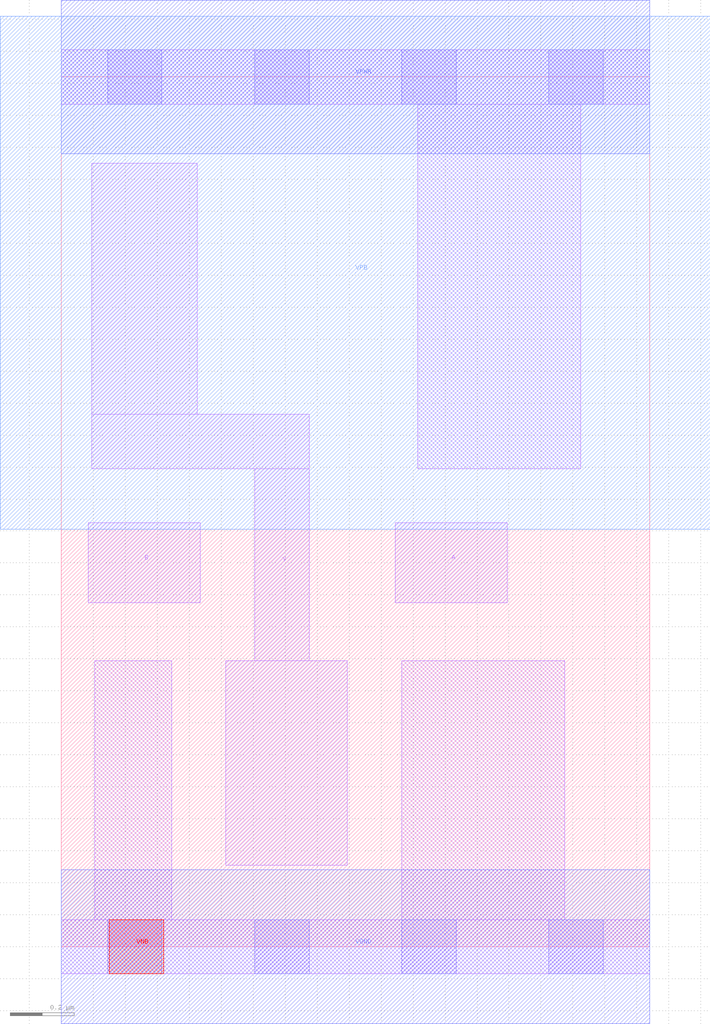
<source format=lef>
# Copyright 2020 The SkyWater PDK Authors
#
# Licensed under the Apache License, Version 2.0 (the "License");
# you may not use this file except in compliance with the License.
# You may obtain a copy of the License at
#
#     https://www.apache.org/licenses/LICENSE-2.0
#
# Unless required by applicable law or agreed to in writing, software
# distributed under the License is distributed on an "AS IS" BASIS,
# WITHOUT WARRANTIES OR CONDITIONS OF ANY KIND, either express or implied.
# See the License for the specific language governing permissions and
# limitations under the License.
#
# SPDX-License-Identifier: Apache-2.0

VERSION 5.7 ;
  NOWIREEXTENSIONATPIN ON ;
  DIVIDERCHAR "/" ;
  BUSBITCHARS "[]" ;
PROPERTYDEFINITIONS
  MACRO maskLayoutSubType STRING ;
  MACRO prCellType STRING ;
  MACRO originalViewName STRING ;
END PROPERTYDEFINITIONS
MACRO sky130_fd_sc_hdll__nor2_1
  CLASS CORE ;
  FOREIGN sky130_fd_sc_hdll__nor2_1 ;
  ORIGIN  0.000000  0.000000 ;
  SIZE  1.840000 BY  2.720000 ;
  SYMMETRY X Y R90 ;
  SITE unithd ;
  PIN A
    ANTENNAGATEAREA  0.277500 ;
    DIRECTION INPUT ;
    USE SIGNAL ;
    PORT
      LAYER li1 ;
        RECT 1.045000 1.075000 1.395000 1.325000 ;
    END
  END A
  PIN B
    ANTENNAGATEAREA  0.277500 ;
    DIRECTION INPUT ;
    USE SIGNAL ;
    PORT
      LAYER li1 ;
        RECT 0.085000 1.075000 0.435000 1.325000 ;
    END
  END B
  PIN VGND
    ANTENNADIFFAREA  0.591500 ;
    DIRECTION INOUT ;
    USE SIGNAL ;
    PORT
      LAYER met1 ;
        RECT 0.000000 -0.240000 1.840000 0.240000 ;
    END
  END VGND
  PIN VNB
    PORT
      LAYER pwell ;
        RECT 0.150000 -0.085000 0.320000 0.085000 ;
    END
  END VNB
  PIN VPB
    PORT
      LAYER nwell ;
        RECT -0.190000 1.305000 2.030000 2.910000 ;
    END
  END VPB
  PIN VPWR
    ANTENNADIFFAREA  0.610000 ;
    DIRECTION INOUT ;
    USE SIGNAL ;
    PORT
      LAYER met1 ;
        RECT 0.000000 2.480000 1.840000 2.960000 ;
    END
  END VPWR
  PIN Y
    ANTENNADIFFAREA  0.445500 ;
    DIRECTION OUTPUT ;
    USE SIGNAL ;
    PORT
      LAYER li1 ;
        RECT 0.095000 1.495000 0.775000 1.665000 ;
        RECT 0.095000 1.665000 0.425000 2.450000 ;
        RECT 0.515000 0.255000 0.895000 0.895000 ;
        RECT 0.605000 0.895000 0.775000 1.495000 ;
    END
  END Y
  OBS
    LAYER li1 ;
      RECT 0.000000 -0.085000 1.840000 0.085000 ;
      RECT 0.000000  2.635000 1.840000 2.805000 ;
      RECT 0.105000  0.085000 0.345000 0.895000 ;
      RECT 1.065000  0.085000 1.575000 0.895000 ;
      RECT 1.115000  1.495000 1.625000 2.635000 ;
    LAYER mcon ;
      RECT 0.145000 -0.085000 0.315000 0.085000 ;
      RECT 0.145000  2.635000 0.315000 2.805000 ;
      RECT 0.605000 -0.085000 0.775000 0.085000 ;
      RECT 0.605000  2.635000 0.775000 2.805000 ;
      RECT 1.065000 -0.085000 1.235000 0.085000 ;
      RECT 1.065000  2.635000 1.235000 2.805000 ;
      RECT 1.525000 -0.085000 1.695000 0.085000 ;
      RECT 1.525000  2.635000 1.695000 2.805000 ;
  END
  PROPERTY maskLayoutSubType "abstract" ;
  PROPERTY prCellType "standard" ;
  PROPERTY originalViewName "layout" ;
END sky130_fd_sc_hdll__nor2_1
END LIBRARY

</source>
